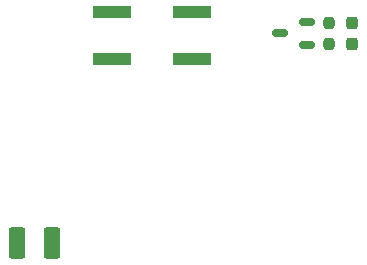
<source format=gbr>
%TF.GenerationSoftware,KiCad,Pcbnew,(6.0.11-0)*%
%TF.CreationDate,2023-04-11T08:14:18-04:00*%
%TF.ProjectId,SLAPS_Solar_Harvester,534c4150-535f-4536-9f6c-61725f486172,rev?*%
%TF.SameCoordinates,Original*%
%TF.FileFunction,Paste,Top*%
%TF.FilePolarity,Positive*%
%FSLAX46Y46*%
G04 Gerber Fmt 4.6, Leading zero omitted, Abs format (unit mm)*
G04 Created by KiCad (PCBNEW (6.0.11-0)) date 2023-04-11 08:14:18*
%MOMM*%
%LPD*%
G01*
G04 APERTURE LIST*
G04 Aperture macros list*
%AMRoundRect*
0 Rectangle with rounded corners*
0 $1 Rounding radius*
0 $2 $3 $4 $5 $6 $7 $8 $9 X,Y pos of 4 corners*
0 Add a 4 corners polygon primitive as box body*
4,1,4,$2,$3,$4,$5,$6,$7,$8,$9,$2,$3,0*
0 Add four circle primitives for the rounded corners*
1,1,$1+$1,$2,$3*
1,1,$1+$1,$4,$5*
1,1,$1+$1,$6,$7*
1,1,$1+$1,$8,$9*
0 Add four rect primitives between the rounded corners*
20,1,$1+$1,$2,$3,$4,$5,0*
20,1,$1+$1,$4,$5,$6,$7,0*
20,1,$1+$1,$6,$7,$8,$9,0*
20,1,$1+$1,$8,$9,$2,$3,0*%
G04 Aperture macros list end*
%ADD10RoundRect,0.237500X-0.237500X0.250000X-0.237500X-0.250000X0.237500X-0.250000X0.237500X0.250000X0*%
%ADD11RoundRect,0.150000X0.512500X0.150000X-0.512500X0.150000X-0.512500X-0.150000X0.512500X-0.150000X0*%
%ADD12R,3.200000X1.000000*%
%ADD13RoundRect,0.250001X-0.462499X-1.074999X0.462499X-1.074999X0.462499X1.074999X-0.462499X1.074999X0*%
%ADD14RoundRect,0.237500X-0.237500X0.287500X-0.237500X-0.287500X0.237500X-0.287500X0.237500X0.287500X0*%
G04 APERTURE END LIST*
D10*
%TO.C,R7*%
X160700000Y-92687500D03*
X160700000Y-94512500D03*
%TD*%
D11*
%TO.C,Q1*%
X158837500Y-94550000D03*
X158837500Y-92650000D03*
X156562500Y-93600000D03*
%TD*%
D12*
%TO.C,B1*%
X149150000Y-95800000D03*
X142350000Y-95800000D03*
X142350000Y-91800000D03*
X149150000Y-91800000D03*
%TD*%
D13*
%TO.C,F1*%
X134312500Y-111350000D03*
X137287500Y-111350000D03*
%TD*%
D14*
%TO.C,D1*%
X162700000Y-92725000D03*
X162700000Y-94475000D03*
%TD*%
M02*

</source>
